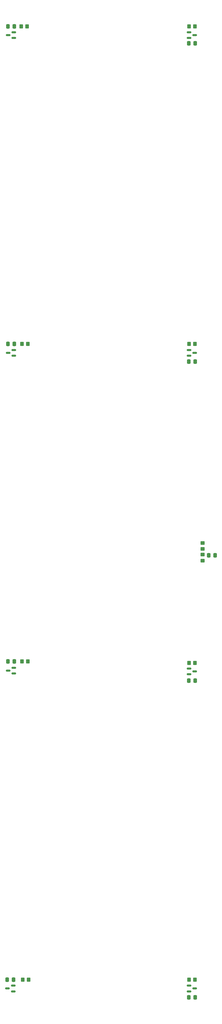
<source format=gbr>
%TF.GenerationSoftware,KiCad,Pcbnew,(6.0.6-0)*%
%TF.CreationDate,2022-11-06T01:46:37-08:00*%
%TF.ProjectId,Slave Board,536c6176-6520-4426-9f61-72642e6b6963,rev?*%
%TF.SameCoordinates,Original*%
%TF.FileFunction,Paste,Bot*%
%TF.FilePolarity,Positive*%
%FSLAX46Y46*%
G04 Gerber Fmt 4.6, Leading zero omitted, Abs format (unit mm)*
G04 Created by KiCad (PCBNEW (6.0.6-0)) date 2022-11-06 01:46:37*
%MOMM*%
%LPD*%
G01*
G04 APERTURE LIST*
G04 Aperture macros list*
%AMRoundRect*
0 Rectangle with rounded corners*
0 $1 Rounding radius*
0 $2 $3 $4 $5 $6 $7 $8 $9 X,Y pos of 4 corners*
0 Add a 4 corners polygon primitive as box body*
4,1,4,$2,$3,$4,$5,$6,$7,$8,$9,$2,$3,0*
0 Add four circle primitives for the rounded corners*
1,1,$1+$1,$2,$3*
1,1,$1+$1,$4,$5*
1,1,$1+$1,$6,$7*
1,1,$1+$1,$8,$9*
0 Add four rect primitives between the rounded corners*
20,1,$1+$1,$2,$3,$4,$5,0*
20,1,$1+$1,$4,$5,$6,$7,0*
20,1,$1+$1,$6,$7,$8,$9,0*
20,1,$1+$1,$8,$9,$2,$3,0*%
G04 Aperture macros list end*
%ADD10RoundRect,0.150000X0.587500X0.150000X-0.587500X0.150000X-0.587500X-0.150000X0.587500X-0.150000X0*%
%ADD11RoundRect,0.250000X0.337500X0.475000X-0.337500X0.475000X-0.337500X-0.475000X0.337500X-0.475000X0*%
%ADD12RoundRect,0.250000X-0.337500X-0.475000X0.337500X-0.475000X0.337500X0.475000X-0.337500X0.475000X0*%
%ADD13RoundRect,0.250000X-0.350000X-0.450000X0.350000X-0.450000X0.350000X0.450000X-0.350000X0.450000X0*%
%ADD14RoundRect,0.250000X-0.450000X0.350000X-0.450000X-0.350000X0.450000X-0.350000X0.450000X0.350000X0*%
%ADD15RoundRect,0.150000X-0.587500X-0.150000X0.587500X-0.150000X0.587500X0.150000X-0.587500X0.150000X0*%
%ADD16RoundRect,0.250000X0.450000X-0.350000X0.450000X0.350000X-0.450000X0.350000X-0.450000X-0.350000X0*%
G04 APERTURE END LIST*
D10*
%TO.C,U9*%
X206677500Y-361342000D03*
X206677500Y-363242000D03*
X204802500Y-362292000D03*
%TD*%
D11*
%TO.C,C10*%
X207031500Y-149352000D03*
X204956500Y-149352000D03*
%TD*%
D12*
%TO.C,C13*%
X264900500Y-155194000D03*
X266975500Y-155194000D03*
%TD*%
D13*
%TO.C,R13*%
X264938000Y-149352000D03*
X266938000Y-149352000D03*
%TD*%
D14*
%TO.C,R17*%
X269494000Y-215103200D03*
X269494000Y-217103200D03*
%TD*%
D15*
%TO.C,U10*%
X264982500Y-363242000D03*
X264982500Y-361342000D03*
X266857500Y-362292000D03*
%TD*%
%TO.C,U6*%
X264982500Y-258506000D03*
X264982500Y-256606000D03*
X266857500Y-257556000D03*
%TD*%
D10*
%TO.C,U5*%
X206857500Y-46342000D03*
X206857500Y-48242000D03*
X204982500Y-47292000D03*
%TD*%
D12*
%TO.C,C19*%
X271504500Y-219202000D03*
X273579500Y-219202000D03*
%TD*%
D10*
%TO.C,U7*%
X206857500Y-256342000D03*
X206857500Y-258242000D03*
X204982500Y-257292000D03*
%TD*%
D13*
%TO.C,R6*%
X264938000Y-44450000D03*
X266938000Y-44450000D03*
%TD*%
D11*
%TO.C,C11*%
X206777500Y-359410000D03*
X204702500Y-359410000D03*
%TD*%
D15*
%TO.C,U4*%
X264982500Y-48242000D03*
X264982500Y-46342000D03*
X266857500Y-47292000D03*
%TD*%
D13*
%TO.C,R11*%
X209820000Y-359410000D03*
X211820000Y-359410000D03*
%TD*%
D12*
%TO.C,C12*%
X264900500Y-365252000D03*
X266975500Y-365252000D03*
%TD*%
D10*
%TO.C,U8*%
X206857500Y-151342000D03*
X206857500Y-153242000D03*
X204982500Y-152292000D03*
%TD*%
D16*
%TO.C,R5*%
X269494000Y-220964000D03*
X269494000Y-218964000D03*
%TD*%
D11*
%TO.C,C9*%
X207031500Y-254254000D03*
X204956500Y-254254000D03*
%TD*%
D13*
%TO.C,R12*%
X264938000Y-359410000D03*
X266938000Y-359410000D03*
%TD*%
D15*
%TO.C,U11*%
X264982500Y-153242000D03*
X264982500Y-151342000D03*
X266857500Y-152292000D03*
%TD*%
D12*
%TO.C,C6*%
X264900500Y-50038000D03*
X266975500Y-50038000D03*
%TD*%
D13*
%TO.C,R7*%
X209312000Y-44450000D03*
X211312000Y-44450000D03*
%TD*%
%TO.C,R10*%
X209566000Y-149352000D03*
X211566000Y-149352000D03*
%TD*%
D12*
%TO.C,C8*%
X264900500Y-260604000D03*
X266975500Y-260604000D03*
%TD*%
D13*
%TO.C,R8*%
X264938000Y-254762000D03*
X266938000Y-254762000D03*
%TD*%
D11*
%TO.C,C7*%
X207031500Y-44450000D03*
X204956500Y-44450000D03*
%TD*%
D13*
%TO.C,R9*%
X209566000Y-254254000D03*
X211566000Y-254254000D03*
%TD*%
M02*

</source>
